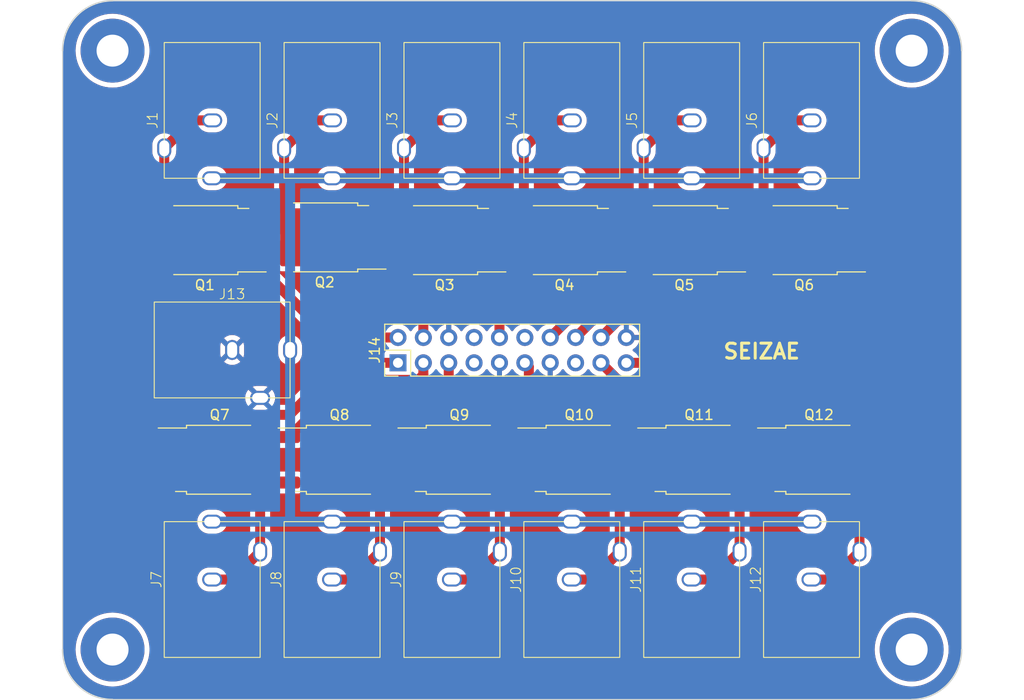
<source format=kicad_pcb>
(kicad_pcb (version 20221018) (generator pcbnew)
  (layers (0 "F.Cu" signal) (31 "B.Cu" signal) (34 "B.Paste" user) (35 "F.Paste" user) (36 "B.SilkS" user "B.Silkscreen") (37 "F.SilkS" user "F.Silkscreen") (38 "B.Mask" user) (39 "F.Mask" user) (44 "Edge.Cuts" user))
  (net 0 "")
  (net 1 "+5V")
  (net 2 "Net-(Q1-D)")
  (net 3 "Net-(Q2-D)")
  (net 4 "Net-(Q3-D)")
  (net 5 "Net-(Q4-D)")
  (net 6 "Net-(Q5-D)")
  (net 7 "Net-(Q6-D)")
  (net 8 "Net-(Q7-D)")
  (net 9 "Net-(Q8-D)")
  (net 10 "Net-(Q9-D)")
  (net 11 "Net-(Q10-D)")
  (net 12 "Net-(Q12-D)")
  (net 13 "Net-(Q11-D)")
  (net 14 "GPIO1")
  (net 15 "GND")
  (net 16 "GPIO5")
  (net 17 "GPIO6")
  (net 18 "GPIO7")
  (net 19 "GPIO8")
  (net 20 "GPIO9")
  (net 21 "GPIO12")
  (net 22 "GPIO11")
  (net 23 "GPIO21")
  (net 24 "GPIO26")
  (net 25 "GPIO20")
  (net 26 "GPIO19")
  (net 27 "GPIO16")
  (net 28 "GPIO13")
  (net 29 "GPIO0")
  (net 30 "GPIO25")
  (footprint "Package_TO_SOT_SMD:TO-252-2" (layer "F.Cu") (at 110.715 110.985)
    (fp_text reference "Q7" (at 0 -4.5) (layer "F.SilkS"))
    (fp_text value "NP52N06SLG")
    (fp_line (start -3.31 -3.45) (end -3.31 -3.18) (stroke (width 0.12)) (layer "F.SilkS"))
    (fp_line (start -3.31 -3.18) (end -6.14 -3.18) (stroke (width 0.12)) (layer "F.SilkS"))
    (fp_line (start -3.31 3.18) (end -4.41 3.18) (stroke (width 0.12)) (layer "F.SilkS"))
    (fp_line (start -3.31 3.45) (end -3.31 3.18) (stroke (width 0.12)) (layer "F.SilkS"))
    (fp_line (start 3.11 -3.45) (end -3.31 -3.45) (stroke (width 0.12)) (layer "F.SilkS"))
    (fp_line (start 3.11 3.45) (end -3.31 3.45) (stroke (width 0.12)) (layer "F.SilkS"))
    (pad "1" smd roundrect (at -5.04 -2.28) (size 2.2 1.2) (layers "F.Cu" "F.Paste" "F.Mask") (roundrect_rratio 0.2083333333) (net 30 "GPIO25"))
    (pad "2" smd roundrect (at -0.415 -1.525) (size 3.05 2.75) (layers "F.Cu" "F.Paste") (roundrect_rratio 0.09090909091) (net 8 "Net-(Q7-D)"))
    (pad "2" smd roundrect (at -0.415 1.525) (size 3.05 2.75) (layers "F.Cu" "F.Paste") (roundrect_rratio 0.09090909091) (net 8 "Net-(Q7-D)"))
    (pad "2" smd roundrect (at 1.26 0) (size 6.4 5.8) (layers "F.Cu" "F.Mask") (roundrect_rratio 0.04310293103) (net 8 "Net-(Q7-D)"))
    (pad "2" smd roundrect (at 2.935 -1.525) (size 3.05 2.75) (layers "F.Cu" "F.Paste") (roundrect_rratio 0.09090909091) (net 8 "Net-(Q7-D)"))
    (pad "2" smd roundrect (at 2.935 1.525) (size 3.05 2.75) (layers "F.Cu" "F.Paste") (roundrect_rratio 0.09090909091) (net 8 "Net-(Q7-D)"))
    (pad "3" smd roundrect (at -5.04 2.28) (size 2.2 1.2) (layers "F.Cu" "F.Paste" "F.Mask") (roundrect_rratio 0.2083333333) (net 15 "GND"))
  )
  (footprint "Package_TO_SOT_SMD:TO-252-2" (layer "F.Cu") (at 157.235 88.985 180)
    (fp_text reference "Q5" (at 0 -4.5) (layer "F.SilkS"))
    (fp_text value "NP52N06SLG")
    (fp_line (start -3.31 -3.45) (end -3.31 -3.18) (stroke (width 0.12)) (layer "F.SilkS"))
    (fp_line (start -3.31 -3.18) (end -6.14 -3.18) (stroke (width 0.12)) (layer "F.SilkS"))
    (fp_line (start -3.31 3.18) (end -4.41 3.18) (stroke (width 0.12)) (layer "F.SilkS"))
    (fp_line (start -3.31 3.45) (end -3.31 3.18) (stroke (width 0.12)) (layer "F.SilkS"))
    (fp_line (start 3.11 -3.45) (end -3.31 -3.45) (stroke (width 0.12)) (layer "F.SilkS"))
    (fp_line (start 3.11 3.45) (end -3.31 3.45) (stroke (width 0.12)) (layer "F.SilkS"))
    (pad "1" smd roundrect (at -5.04 -2.28 180) (size 2.2 1.2) (layers "F.Cu" "F.Paste" "F.Mask") (roundrect_rratio 0.2083333333) (net 26 "GPIO19"))
    (pad "2" smd roundrect (at -0.415 -1.525 180) (size 3.05 2.75) (layers "F.Cu" "F.Paste") (roundrect_rratio 0.09090909091) (net 6 "Net-(Q5-D)"))
    (pad "2" smd roundrect (at -0.415 1.525 180) (size 3.05 2.75) (layers "F.Cu" "F.Paste") (roundrect_rratio 0.09090909091) (net 6 "Net-(Q5-D)"))
    (pad "2" smd roundrect (at 1.26 0 180) (size 6.4 5.8) (layers "F.Cu" "F.Mask") (roundrect_rratio 0.04310293103) (net 6 "Net-(Q5-D)"))
    (pad "2" smd roundrect (at 2.935 -1.525 180) (size 3.05 2.75) (layers "F.Cu" "F.Paste") (roundrect_rratio 0.09090909091) (net 6 "Net-(Q5-D)"))
    (pad "2" smd roundrect (at 2.935 1.525 180) (size 3.05 2.75) (layers "F.Cu" "F.Paste") (roundrect_rratio 0.09090909091) (net 6 "Net-(Q5-D)"))
    (pad "3" smd roundrect (at -5.04 2.28 180) (size 2.2 1.2) (layers "F.Cu" "F.Paste" "F.Mask") (roundrect_rratio 0.2083333333) (net 15 "GND"))
  )
  (footprint "DCJack:DCJack" (layer "F.Cu") (at 109.975 76.985 -90)
    (fp_text reference "J1" (at 0 5.975 90 unlocked) (layer "F.SilkS") (effects (font (thickness 0.1))))
    (fp_text value "Jack-DC")
    (fp_rect (start 5.8 4.8) (end -7.8 -4.8) (stroke (width 0.1)) (fill none) (layer "F.SilkS"))
    (pad "1" thru_hole oval (at 5.8 0 270) (size 1.4 2) (drill oval 1 1.6) (layers "*.Cu" "*.Mask") (net 1 "+5V"))
    (pad "2" thru_hole oval (at 0 0 270) (size 1.4 2) (drill oval 1 1.6) (layers "*.Cu" "*.Mask") (net 2 "Net-(Q1-D)"))
    (pad "2" thru_hole oval (at 2.8 4.8 270) (size 2 1.4) (drill oval 1.6 1) (layers "*.Cu" "*.Mask") (net 2 "Net-(Q1-D)"))
  )
  (footprint "DCJack:DCJack" (layer "F.Cu") (at 169.975 76.985 -90)
    (fp_text reference "J6" (at 0.015 5.975 90 unlocked) (layer "F.SilkS") (effects (font (thickness 0.1))))
    (fp_text value "Jack-DC")
    (fp_rect (start 5.8 4.8) (end -7.8 -4.8) (stroke (width 0.1)) (fill none) (layer "F.SilkS"))
    (pad "1" thru_hole oval (at 5.8 0 270) (size 1.4 2) (drill oval 1 1.6) (layers "*.Cu" "*.Mask") (net 1 "+5V"))
    (pad "2" thru_hole oval (at 0 0 270) (size 1.4 2) (drill oval 1 1.6) (layers "*.Cu" "*.Mask") (net 7 "Net-(Q6-D)"))
    (pad "2" thru_hole oval (at 2.8 4.8 270) (size 2 1.4) (drill oval 1.6 1) (layers "*.Cu" "*.Mask") (net 7 "Net-(Q6-D)"))
  )
  (footprint "DCJack:DCJack" (layer "F.Cu") (at 121.975 76.985 -90)
    (fp_text reference "J2" (at 0.015 5.975 90 unlocked) (layer "F.SilkS") (effects (font (thickness 0.1))))
    (fp_text value "Jack-DC")
    (fp_rect (start 5.8 4.8) (end -7.8 -4.8) (stroke (width 0.1)) (fill none) (layer "F.SilkS"))
    (pad "1" thru_hole oval (at 5.8 0 270) (size 1.4 2) (drill oval 1 1.6) (layers "*.Cu" "*.Mask") (net 1 "+5V"))
    (pad "2" thru_hole oval (at 0 0 270) (size 1.4 2) (drill oval 1 1.6) (layers "*.Cu" "*.Mask") (net 3 "Net-(Q2-D)"))
    (pad "2" thru_hole oval (at 2.8 4.8 270) (size 2 1.4) (drill oval 1.6 1) (layers "*.Cu" "*.Mask") (net 3 "Net-(Q2-D)"))
  )
  (footprint "Package_TO_SOT_SMD:TO-252-2" (layer "F.Cu") (at 146.715 110.985)
    (fp_text reference "Q10" (at 0 -4.5) (layer "F.SilkS"))
    (fp_text value "NP52N06SLG")
    (fp_line (start -3.31 -3.45) (end -3.31 -3.18) (stroke (width 0.12)) (layer "F.SilkS"))
    (fp_line (start -3.31 -3.18) (end -6.14 -3.18) (stroke (width 0.12)) (layer "F.SilkS"))
    (fp_line (start -3.31 3.18) (end -4.41 3.18) (stroke (width 0.12)) (layer "F.SilkS"))
    (fp_line (start -3.31 3.45) (end -3.31 3.18) (stroke (width 0.12)) (layer "F.SilkS"))
    (fp_line (start 3.11 -3.45) (end -3.31 -3.45) (stroke (width 0.12)) (layer "F.SilkS"))
    (fp_line (start 3.11 3.45) (end -3.31 3.45) (stroke (width 0.12)) (layer "F.SilkS"))
    (pad "1" smd roundrect (at -5.04 -2.28) (size 2.2 1.2) (layers "F.Cu" "F.Paste" "F.Mask") (roundrect_rratio 0.2083333333) (net 21 "GPIO12"))
    (pad "2" smd roundrect (at -0.415 -1.525) (size 3.05 2.75) (layers "F.Cu" "F.Paste") (roundrect_rratio 0.09090909091) (net 11 "Net-(Q10-D)"))
    (pad "2" smd roundrect (at -0.415 1.525) (size 3.05 2.75) (layers "F.Cu" "F.Paste") (roundrect_rratio 0.09090909091) (net 11 "Net-(Q10-D)"))
    (pad "2" smd roundrect (at 1.26 0) (size 6.4 5.8) (layers "F.Cu" "F.Mask") (roundrect_rratio 0.04310293103) (net 11 "Net-(Q10-D)"))
    (pad "2" smd roundrect (at 2.935 -1.525) (size 3.05 2.75) (layers "F.Cu" "F.Paste") (roundrect_rratio 0.09090909091) (net 11 "Net-(Q10-D)"))
    (pad "2" smd roundrect (at 2.935 1.525) (size 3.05 2.75) (layers "F.Cu" "F.Paste") (roundrect_rratio 0.09090909091) (net 11 "Net-(Q10-D)"))
    (pad "3" smd roundrect (at -5.04 2.28) (size 2.2 1.2) (layers "F.Cu" "F.Paste" "F.Mask") (roundrect_rratio 0.2083333333) (net 15 "GND"))
  )
  (footprint "Package_TO_SOT_SMD:TO-252-2" (layer "F.Cu") (at 145.235 88.985 180)
    (fp_text reference "Q4" (at 0 -4.5) (layer "F.SilkS"))
    (fp_text value "NP52N06SLG")
    (fp_line (start -3.31 -3.45) (end -3.31 -3.18) (stroke (width 0.12)) (layer "F.SilkS"))
    (fp_line (start -3.31 -3.18) (end -6.14 -3.18) (stroke (width 0.12)) (layer "F.SilkS"))
    (fp_line (start -3.31 3.18) (end -4.41 3.18) (stroke (width 0.12)) (layer "F.SilkS"))
    (fp_line (start -3.31 3.45) (end -3.31 3.18) (stroke (width 0.12)) (layer "F.SilkS"))
    (fp_line (start 3.11 -3.45) (end -3.31 -3.45) (stroke (width 0.12)) (layer "F.SilkS"))
    (fp_line (start 3.11 3.45) (end -3.31 3.45) (stroke (width 0.12)) (layer "F.SilkS"))
    (pad "1" smd roundrect (at -5.04 -2.28 180) (size 2.2 1.2) (layers "F.Cu" "F.Paste" "F.Mask") (roundrect_rratio 0.2083333333) (net 28 "GPIO13"))
    (pad "2" smd roundrect (at -0.415 -1.525 180) (size 3.05 2.75) (layers "F.Cu" "F.Paste") (roundrect_rratio 0.09090909091) (net 5 "Net-(Q4-D)"))
    (pad "2" smd roundrect (at -0.415 1.525 180) (size 3.05 2.75) (layers "F.Cu" "F.Paste") (roundrect_rratio 0.09090909091) (net 5 "Net-(Q4-D)"))
    (pad "2" smd roundrect (at 1.26 0 180) (size 6.4 5.8) (layers "F.Cu" "F.Mask") (roundrect_rratio 0.04310293103) (net 5 "Net-(Q4-D)"))
    (pad "2" smd roundrect (at 2.935 -1.525 180) (size 3.05 2.75) (layers "F.Cu" "F.Paste") (roundrect_rratio 0.09090909091) (net 5 "Net-(Q4-D)"))
    (pad "2" smd roundrect (at 2.935 1.525 180) (size 3.05 2.75) (layers "F.Cu" "F.Paste") (roundrect_rratio 0.09090909091) (net 5 "Net-(Q4-D)"))
    (pad "3" smd roundrect (at -5.04 2.28 180) (size 2.2 1.2) (layers "F.Cu" "F.Paste" "F.Mask") (roundrect_rratio 0.2083333333) (net 15 "GND"))
  )
  (footprint "Package_TO_SOT_SMD:TO-252-2" (layer "F.Cu") (at 170.715 110.985)
    (fp_text reference "Q12" (at 0 -4.5) (layer "F.SilkS"))
    (fp_text value "NP52N06SLG")
    (fp_line (start -3.31 -3.45) (end -3.31 -3.18) (stroke (width 0.12)) (layer "F.SilkS"))
    (fp_line (start -3.31 -3.18) (end -6.14 -3.18) (stroke (width 0.12)) (layer "F.SilkS"))
    (fp_line (start -3.31 3.18) (end -4.41 3.18) (stroke (width 0.12)) (layer "F.SilkS"))
    (fp_line (start -3.31 3.45) (end -3.31 3.18) (stroke (width 0.12)) (layer "F.SilkS"))
    (fp_line (start 3.11 -3.45) (end -3.31 -3.45) (stroke (width 0.12)) (layer "F.SilkS"))
    (fp_line (start 3.11 3.45) (end -3.31 3.45) (stroke (width 0.12)) (layer "F.SilkS"))
    (pad "1" smd roundrect (at -5.04 -2.28) (size 2.2 1.2) (layers "F.Cu" "F.Paste" "F.Mask") (roundrect_rratio 0.2083333333) (net 23 "GPIO21"))
    (pad "2" smd roundrect (at -0.415 -1.525) (size 3.05 2.75) (layers "F.Cu" "F.Paste") (roundrect_rratio 0.09090909091) (net 12 "Net-(Q12-D)"))
    (pad "2" smd roundrect (at -0.415 1.525) (size 3.05 2.75) (layers "F.Cu" "F.Paste") (roundrect_rratio 0.09090909091) (net 12 "Net-(Q12-D)"))
    (pad "2" smd roundrect (at 1.26 0) (size 6.4 5.8) (layers "F.Cu" "F.Mask") (roundrect_rratio 0.04310293103) (net 12 "Net-(Q12-D)"))
    (pad "2" smd roundrect (at 2.935 -1.525) (size 3.05 2.75) (layers "F.Cu" "F.Paste") (roundrect_rratio 0.09090909091) (net 12 "Net-(Q12-D)"))
    (pad "2" smd roundrect (at 2.935 1.525) (size 3.05 2.75) (layers "F.Cu" "F.Paste") (roundrect_rratio 0.09090909091) (net 12 "Net-(Q12-D)"))
    (pad "3" smd roundrect (at -5.04 2.28) (size 2.2 1.2) (layers "F.Cu" "F.Paste" "F.Mask") (roundrect_rratio 0.2083333333) (net 15 "GND"))
  )
  (footprint "Package_TO_SOT_SMD:TO-252-2" (layer "F.Cu") (at 122.715 110.985)
    (fp_text reference "Q8" (at 0 -4.5) (layer "F.SilkS"))
    (fp_text value "NP52N06SLG")
    (fp_line (start -3.31 -3.45) (end -3.31 -3.18) (stroke (width 0.12)) (layer "F.SilkS"))
    (fp_line (start -3.31 -3.18) (end -6.14 -3.18) (stroke (width 0.12)) (layer "F.SilkS"))
    (fp_line (start -3.31 3.18) (end -4.41 3.18) (stroke (width 0.12)) (layer "F.SilkS"))
    (fp_line (start -3.31 3.45) (end -3.31 3.18) (stroke (width 0.12)) (layer "F.SilkS"))
    (fp_line (start 3.11 -3.45) (end -3.31 -3.45) (stroke (width 0.12)) (layer "F.SilkS"))
    (fp_line (start 3.11 3.45) (end -3.31 3.45) (stroke (width 0.12)) (layer "F.SilkS"))
    (pad "1" smd roundrect (at -5.04 -2.28) (size 2.2 1.2) (layers "F.Cu" "F.Paste" "F.Mask") (roundrect_rratio 0.2083333333) (net 19 "GPIO8"))
    (pad "2" smd roundrect (at -0.415 -1.525) (size 3.05 2.75) (layers "F.Cu" "F.Paste") (roundrect_rratio 0.09090909091) (net 9 "Net-(Q8-D)"))
    (pad "2" smd roundrect (at -0.415 1.525) (size 3.05 2.75) (layers "F.Cu" "F.Paste") (roundrect_rratio 0.09090909091) (net 9 "Net-(Q8-D)"))
    (pad "2" smd roundrect (at 1.26 0) (size 6.4 5.8) (layers "F.Cu" "F.Mask") (roundrect_rratio 0.04310293103) (net 9 "Net-(Q8-D)"))
    (pad "2" smd roundrect (at 2.935 -1.525) (size 3.05 2.75) (layers "F.Cu" "F.Paste") (roundrect_rratio 0.09090909091) (net 9 "Net-(Q8-D)"))
    (pad "2" smd roundrect (at 2.935 1.525) (size 3.05 2.75) (layers "F.Cu" "F.Paste") (roundrect_rratio 0.09090909091) (net 9 "Net-(Q8-D)"))
    (pad "3" smd roundrect (at -5.04 2.28) (size 2.2 1.2) (layers "F.Cu" "F.Paste" "F.Mask") (roundrect_rratio 0.2083333333) (net 15 "GND"))
  )
  (footprint "MountingHole:MountingHole_3.2mm_M3_Pad" (layer "F.Cu") (at 180 70)
    (fp_text reference "REF**" hide)
    (fp_text value "MountingHole_3.2mm_M3_Pad")
    (pad "1" thru_hole circle (at 0 0) (size 6.4 6.4) (drill 3.2) (layers "*.Cu" "*.Mask"))
  )
  (footprint "Package_TO_SOT_SMD:TO-252-2" (layer "F.Cu") (at 121.235 88.705 180)
    (fp_text reference "Q2" (at 0 -4.5) (layer "F.SilkS"))
    (fp_text value "NP52N06SLG")
    (fp_line (start -3.31 -3.45) (end -3.31 -3.18) (stroke (width 0.12)) (layer "F.SilkS"))
    (fp_line (start -3.31 -3.18) (end -6.14 -3.18) (stroke (width 0.12)) (layer "F.SilkS"))
    (fp_line (start -3.31 3.18) (end -4.41 3.18) (stroke (width 0.12)) (layer "F.SilkS"))
    (fp_line (start -3.31 3.45) (end -3.31 3.18) (stroke (width 0.12)) (layer "F.SilkS"))
    (fp_line (start 3.11 -3.45) (end -3.31 -3.45) (stroke (width 0.12)) (layer "F.SilkS"))
    (fp_line (start 3.11 3.45) (end -3.31 3.45) (stroke (width 0.12)) (layer "F.SilkS"))
    (pad "1" smd roundrect (at -5.04 -2.28 180) (size 2.2 1.2) (layers "F.Cu" "F.Paste" "F.Mask") (roundrect_rratio 0.2083333333) (net 22 "GPIO11"))
    (pad "2" smd roundrect (at -0.415 -1.525 180) (size 3.05 2.75) (layers "F.Cu" "F.Paste") (roundrect_rratio 0.09090909091) (net 3 "Net-(Q2-D)"))
    (pad "2" smd roundrect (at -0.415 1.525 180) (size 3.05 2.75) (layers "F.Cu" "F.Paste") (roundrect_rratio 0.09090909091) (net 3 "Net-(Q2-D)"))
    (pad "2" smd roundrect (at 1.26 0 180) (size 6.4 5.8) (layers "F.Cu" "F.Mask") (roundrect_rratio 0.04310293103) (net 3 "Net-(Q2-D)"))
    (pad "2" smd roundrect (at 2.935 -1.525 180) (size 3.05 2.75) (layers "F.Cu" "F.Paste") (roundrect_rratio 0.09090909091) (net 3 "Net-(Q2-D)"))
    (pad "2" smd roundrect (at 2.935 1.525 180) (size 3.05 2.75) (layers "F.Cu" "F.Paste") (roundrect_rratio 0.09090909091) (net 3 "Net-(Q2-D)"))
    (pad "3" smd roundrect (at -5.04 2.28 180) (size 2.2 1.2) (layers "F.Cu" "F.Paste" "F.Mask") (roundrect_rratio 0.2083333333) (net 15 "GND"))
  )
  (footprint "DCJack:DCJack" (layer "F.Cu") (at 145.975 122.985 90)
    (fp_text reference "J10" (at 0 -5.588 90 unlocked) (layer "F.SilkS") (effects (font (thickness 0.1))))
    (fp_text value "Jack-DC")
    (fp_rect (start 5.8 4.8) (end -7.8 -4.8) (stroke (width 0.1)) (fill none) (layer "F.SilkS"))
    (pad "1" thru_hole oval (at 5.8 0 90) (size 1.4 2) (drill oval 1 1.6) (layers "*.Cu" "*.Mask") (net 1 "+5V"))
    (pad "2" thru_hole oval (at 0 0 90) (size 1.4 2) (drill oval 1 1.6) (layers "*.Cu" "*.Mask") (net 11 "Net-(Q10-D)"))
    (pad "2" thru_hole oval (at 2.8 4.8 90) (size 2 1.4) (drill oval 1.6 1) (layers "*.Cu" "*.Mask") (net 11 "Net-(Q10-D)"))
  )
  (footprint "DCJack:DCJack" (layer "F.Cu") (at 121.975 122.985 90)
    (fp_text reference "J8" (at 0 -5.588 90 unlocked) (layer "F.SilkS") (effects (font (thickness 0.1))))
    (fp_text value "Jack-DC")
    (fp_rect (start 5.8 4.8) (end -7.8 -4.8) (stroke (width 0.1)) (fill none) (layer "F.SilkS"))
    (pad "1" thru_hole oval (at 5.8 0 90) (size 1.4 2) (drill oval 1 1.6) (layers "*.Cu" "*.Mask") (net 1 "+5V"))
    (pad "2" thru_hole oval (at 0 0 90) (size 1.4 2) (drill oval 1 1.6) (layers "*.Cu" "*.Mask") (net 9 "Net-(Q8-D)"))
    (pad "2" thru_hole oval (at 2.8 4.8 90) (size 2 1.4) (drill oval 1.6 1) (layers "*.Cu" "*.Mask") (net 9 "Net-(Q8-D)"))
  )
  (footprint "DCJack:DCJack" (layer "F.Cu") (at 111.975 99.985)
    (fp_text reference "J13" (at 0 -5.588 unlocked) (layer "F.SilkS") (effects (font (thickness 0.1))))
    (fp_text value "Jack-DC")
    (fp_rect (start 5.8 4.8) (end -7.8 -4.8) (stroke (width 0.1)) (fill none) (layer "F.SilkS"))
    (pad "1" thru_hole oval (at 5.8 0) (size 1.4 2) (drill oval 1 1.6) (layers "*.Cu" "*.Mask") (net 1 "+5V"))
    (pad "2" thru_hole oval (at 0 0) (size 1.4 2) (drill oval 1 1.6) (layers "*.Cu" "*.Mask") (net 15 "GND"))
    (pad "2" thru_hole oval (at 2.8 4.8) (size 2 1.4) (drill oval 1.6 1) (layers "*.Cu" "*.Mask") (net 15 "GND"))
  )
  (footprint "Package_TO_SOT_SMD:TO-252-2" (layer "F.Cu") (at 169.235 88.985 180)
    (fp_text reference "Q6" (at 0 -4.5) (layer "F.SilkS"))
    (fp_text value "NP52N06SLG")
    (fp_line (start -3.31 -3.45) (end -3.31 -3.18) (stroke (width 0.12)) (layer "F.SilkS"))
    (fp_line (start -3.31 -3.18) (end -6.14 -3.18) (stroke (width 0.12)) (layer "F.SilkS"))
    (fp_line (start -3.31 3.18) (end -4.41 3.18) (stroke (width 0.12)) (layer "F.SilkS"))
    (fp_line (start -3.31 3.45) (end -3.31 3.18) (stroke (width 0.12)) (layer "F.SilkS"))
    (fp_line (start 3.11 -3.45) (end -3.31 -3.45) (stroke (width 0.12)) (layer "F.SilkS"))
    (fp_line (start 3.11 3.45) (end -3.31 3.45) (stroke (width 0.12)) (layer "F.SilkS"))
    (pad "1" smd roundrect (at -5.04 -2.28 180) (size 2.2 1.2) (layers "F.Cu" "F.Paste" "F.Mask") (roundrect_rratio 0.2083333333) (net 24 "GPIO26"))
    (pad "2" smd roundrect (at -0.415 -1.525 180) (size 3.05 2.75) (layers "F.Cu" "F.Paste") (roundrect_rratio 0.09090909091) (net 7 "Net-(Q6-D)"))
    (pad "2" smd roundrect (at -0.415 1.525 180) (size 3.05 2.75) (layers "F.Cu" "F.Paste") (roundrect_rratio 0.09090909091) (net 7 "Net-(Q6-D)"))
    (pad "2" smd roundrect (at 1.26 0 180) (size 6.4 5.8) (layers "F.Cu" "F.Mask") (roundrect_rratio 0.04310293103) (net 7 "Net-(Q6-D)"))
    (pad "2" smd roundrect (at 2.935 -1.525 180) (size 3.05 2.75) (layers "F.Cu" "F.Paste") (roundrect_rratio 0.09090909091) (net 7 "Net-(Q6-D)"))
    (pad "2" smd roundrect (at 2.935 1.525 180) (size 3.05 2.75) (layers "F.Cu" "F.Paste") (roundrect_rratio 0.09090909091) (net 7 "Net-(Q6-D)"))
    (pad "3" smd roundrect (at -5.04 2.28 180) (size 2.2 1.2) (layers "F.Cu" "F.Paste" "F.Mask") (roundrect_rratio 0.2083333333) (net 15 "GND"))
  )
  (footprint "Connector_PinHeader_2.54mm:PinHeader_2x10_P2.54mm_Vertical" (layer "F.Cu") (at 128.575 101.275 90)
    (fp_text reference "J14" (at 1.27 -2.33 90) (layer "F.SilkS"))
    (fp_text value "Conn_01x20_Socket")
    (fp_line (start -1.33 -1.33) (end 0 -1.33) (stroke (width 0.12)) (layer "F.SilkS"))
    (fp_line (start -1.33 0) (end -1.33 -1.33) (stroke (width 0.12)) (layer "F.SilkS"))
    (fp_line (start -1.33 1.27) (end -1.33 24.19) (stroke (width 0.12)) (layer "F.SilkS"))
    (fp_line (start -1.33 1.27) (end 1.27 1.27) (stroke (width 0.12)) (layer "F.SilkS"))
    (fp_line (start -1.33 24.19) (end 3.87 24.19) (stroke (width 0.12)) (layer "F.SilkS"))
    (fp_line (start 1.27 -1.33) (end 3.87 -1.33) (stroke (width 0.12)) (layer "F.SilkS"))
    (fp_line (start 1.27 1.27) (end 1.27 -1.33) (stroke (width 0.12)) (layer "F.SilkS"))
    (fp_line (start 3.87 -1.33) (end 3.87 24.19) (stroke (width 0.12)) (layer "F.SilkS"))
    (pad "1" thru_hole rect (at 0 0 90) (size 1.7 1.7) (drill 1) (layers "*.Cu" "*.Mask") (net 30 "GPIO25"))
    (pad "2" thru_hole oval (at 2.54 0 90) (size 1.7 1.7) (drill 1) (layers "*.Cu" "*.Mask") (net 20 "GPIO9"))
    (pad "3" thru_hole oval (at 0 2.54 90) (size 1.7 1.7) (drill 1) (layers "*.Cu" "*.Mask") (net 19 "GPIO8"))
    (pad "4" thru_hole oval (at 2.54 2.54 90) (size 1.7 1.7) (drill 1) (layers "*.Cu" "*.Mask") (net 22 "GPIO11"))
    (pad "5" thru_hole oval (at 0 5.08 90) (size 1.7 1.7) (drill 1) (layers "*.Cu" "*.Mask") (net 18 "GPIO7"))
    (pad "6" thru_hole oval (at 2.54 5.08 90) (size 1.7 1.7) (drill 1) (layers "*.Cu" "*.Mask") (net 15 "GND"))
    (pad "7" thru_hole oval (at 0 7.62 90) (size 1.7 1.7) (drill 1) (layers "*.Cu" "*.Mask") (net 14 "GPIO1"))
    (pad "8" thru_hole oval (at 2.54 7.62 90) (size 1.7 1.7) (drill 1) (layers "*.Cu" "*.Mask") (net 29 "GPIO0"))
    (pad "9" thru_hole oval (at 0 10.16 90) (size 1.7 1.7) (drill 1) (layers "*.Cu" "*.Mask") (net 15 "GND"))
    (pad "10" thru_hole oval (at 2.54 10.16 90) (size 1.7 1.7) (drill 1) (layers "*.Cu" "*.Mask") (net 16 "GPIO5"))
    (pad "11" thru_hole oval (at 0 12.7 90) (size 1.7 1.7) (drill 1) (layers "*.Cu" "*.Mask") (net 21 "GPIO12"))
    (pad "12" thru_hole oval (at 2.54 12.7 90) (size 1.7 1.7) (drill 1) (layers "*.Cu" "*.Mask") (net 17 "GPIO6"))
    (pad "13" thru_hole oval (at 0 15.24 90) (size 1.7 1.7) (drill 1) (layers "*.Cu" "*.Mask") (net 15 "GND"))
    (pad "14" thru_hole oval (at 2.54 15.24 90) (size 1.7 1.7) (drill 1) (layers "*.Cu" "*.Mask") (net 28 "GPIO13"))
    (pad "15" thru_hole oval (at 0 17.78 90) (size 1.7 1.7) (drill 1) (layers "*.Cu" "*.Mask") (net 27 "GPIO16"))
    (pad "16" thru_hole oval (at 2.54 17.78 90) (size 1.7 1.7) (drill 1) (layers "*.Cu" "*.Mask") (net 26 "GPIO19"))
    (pad "17" thru_hole oval (at 0 20.32 90) (size 1.7 1.7) (drill 1) (layers "*.Cu" "*.Mask") (net 25 "GPIO20"))
    (pad "18" thru_hole oval (at 2.54 20.32 90) (size 1.7 1.7) (drill 1) (layers "*.Cu" "*.Mask") (net 24 "GPIO26"))
    (pad "19" thru_hole oval (at 0 22.86 90) (size 1.7 1.7) (drill 1) (layers "*.Cu" "*.Mask") (net 23 "GPIO21"))
    (pad "20" thru_hole oval (at 2.54 22.86 90) (size 1.7 1.7) (drill 1) (layers "*.Cu" "*.Mask") (net 15 "GND"))
  )
  (footprint "DCJack:DCJack" (layer "F.Cu") (at 133.975 122.985 90)
    (fp_text reference "J9" (at 0 -5.588 90 unlocked) (layer "F.SilkS") (effects (font (thickness 0.1))))
    (fp_text value "Jack-DC")
    (fp_rect (start 5.8 4.8) (end -7.8 -4.8) (stroke (width 0.1)) (fill none) (layer "F.SilkS"))
    (pad "1" thru_hole oval (at 5.8 0 90) (size 1.4 2) (drill oval 1 1.6) (layers "*.Cu" "*.Mask") (net 1 "+5V"))
    (pad "2" thru_hole oval (at 0 0 90) (size 1.4 2) (drill oval 1 1.6) (layers "*.Cu" "*.Mask") (net 10 "Net-(Q9-D)"))
    (pad "2" thru_hole oval (at 2.8 4.8 90) (size 2 1.4) (drill oval 1.6 1) (layers "*.Cu" "*.Mask") (net 10 "Net-(Q9-D)"))
  )
  (footprint "MountingHole:MountingHole_3.2mm_M3_Pad" (layer "F.Cu") (at 180 130)
    (fp_text reference "REF**" hide)
    (fp_text value "MountingHole_3.2mm_M3_Pad")
    (pad "1" thru_hole circle (at 0 0) (size 6.4 6.4) (drill 3.2) (layers "*.Cu" "*.Mask"))
  )
  (footprint "Package_TO_SOT_SMD:TO-252-2" (layer "F.Cu") (at 133.235 88.985 180)
    (fp_text reference "Q3" (at 0 -4.5) (layer "F.SilkS"))
    (fp_text value "NP52N06SLG")
    (fp_line (start -3.31 -3.45) (end -3.31 -3.18) (stroke (width 0.12)) (layer "F.SilkS"))
    (fp_line (start -3.31 -3.18) (end -6.14 -3.18) (stroke (width 0.12)) (layer "F.SilkS"))
    (fp_line (start -3.31 3.18) (end -4.41 3.18) (stroke (width 0.12)) (layer "F.SilkS"))
    (fp_line (start -3.31 3.45) (end -3.31 3.18) (stroke (width 0.12)) (layer "F.SilkS"))
    (fp_line (start 3.11 -3.45) (end -3.31 -3.45) (stroke (width 0.12)) (layer "F.SilkS"))
    (fp_line (start 3.11 3.45) (end -3.31 3.45) (stroke (width 0.12)) (layer "F.SilkS"))
    (pad "1" smd roundrect (at -5.04 -2.28 180) (size 2.2 1.2) (layers "F.Cu" "F.Paste" "F.Mask") (roundrect_rratio 0.2083333333) (net 16 "GPIO5"))
    (pad "2" smd roundrect (at -0.415 -1.525 180) (size 3.05 2.75) (layers "F.Cu" "F.Paste") (roundrect_rratio 0.09090909091) (net 4 "Net-(Q3-D)"))
    (pad "2" smd roundrect (at -0.415 1.525 180) (size 3.05 2.75) (layers "F.Cu" "F.Paste") (roundrect_rratio 0.09090909091) (net 4 "Net-(Q3-D)"))
    (pad "2" smd roundrect (at 1.26 0 180) (size 6.4 5.8) (layers "F.Cu" "F.Mask") (roundrect_rratio 0.04310293103) (net 4 "Net-(Q3-D)"))
    (pad "2" smd roundrect (at 2.935 -1.525 180) (size 3.05 2.75) (layers "F.Cu" "F.Paste") (roundrect_rratio 0.09090909091) (net 4 "Net-(Q3-D)"))
    (pad "2" smd roundrect (at 2.935 1.525 180) (size 3.05 2.75) (layers "F.Cu" "F.Paste") (roundrect_rratio 0.09090909091) (net 4 "Net-(Q3-D)"))
    (pad "3" smd roundrect (at -5.04 2.28 180) (size 2.2 1.2) (layers "F.Cu" "F.Paste" "F.Mask") (roundrect_rratio 0.2083333333) (net 15 "GND"))
  )
  (footprint "Package_TO_SOT_SMD:TO-252-2" (layer "F.Cu") (at 109.235 88.985 180)
    (fp_text reference "Q1" (at 0 -4.5) (layer "F.SilkS"))
    (fp_text value "NP52N06SLG")
    (fp_line (start -3.31 -3.45) (end -3.31 -3.18) (stroke (width 0.12)) (layer "F.SilkS"))
    (fp_line (start -3.31 -3.18) (end -6.14 -3.18) (stroke (width 0.12)) (layer "F.SilkS"))
    (fp_line (start -3.31 3.18) (end -4.41 3.18) (stroke (width 0.12)) (layer "F.SilkS"))
    (fp_line (start -3.31 3.45) (end -3.31 3.18) (stroke (width 0.12)) (layer "F.SilkS"))
    (fp_line (start 3.11 -3.45) (end -3.31 -3.45) (stroke (width 0.12)) (layer "F.SilkS"))
    (fp_line (start 3.11 3.45) (end -3.31 3.45) (stroke (width 0.12)) (layer "F.SilkS"))
    (pad "1" smd roundrect (at -5.04 -2.28 180) (size 2.2 1.2) (layers "F.Cu" "F.Paste" "F.Mask") (roundrect_rratio 0.2083333333) (net 20 "GPIO9"))
    (pad "2" smd roundrect (at -0.415 -1.525 180) (size 3.05 2.75) (layers "F.Cu" "F.Paste") (roundrect_rratio 0.09090909091) (net 2 "Net-(Q1-D)"))
    (pad "2" smd roundrect (at -0.415 1.525 180) (size 3.05 2.75) (layers "F.Cu" "F.Paste") (roundrect_rratio 0.09090909091) (net 2 "Net-(Q1-D)"))
    (pad "2" smd roundrect (at 1.26 0 180) (size 6.4 5.8) (layers "F.Cu" "F.Mask") (roundrect_rratio 0.04310293103) (net 2 "Net-(Q1-D)"))
    (pad "2" smd roundrect (at 2.935 -1.525 180) (size 3.05 2.75) (layers "F.Cu" "F.Paste") (roundrect_rratio 0.09090909091) (net 2 "Net-(Q1-D)"))
    (pad "2" smd roundrect (at 2.935 1.525 180) (size 3.05 2.75) (layers "F.Cu" "F.Paste") (roundrect_rratio 0.09090909091) (net 2 "Net-(Q1-D)"))
    (pad "3" smd roundrect (at -5.04 2.28 180) (size 2.2 1.2) (layers "F.Cu" "F.Paste" "F.Mask") (roundrect_rratio 0.2083333333) (net 15 "GND"))
  )
  (footprint "DCJack:DCJack" (layer "F.Cu") (at 157.975 76.985 -90)
    (fp_text reference "J5" (at 0.015 5.975 90 unlocked) (layer "F.SilkS") (effects (font (thickness 0.1))))
    (fp_text value "Jack-DC")
    (fp_rect (start 5.8 4.8) (end -7.8 -4.8) (stroke (width 0.1)) (fill none) (layer "F.SilkS"))
    (pad "1" thru_hole oval (at 5.8 0 270) (size 1.4 2) (drill oval 1 1.6) (layers "*.Cu" "*.Mask") (net 1 "+5V"))
    (pad "2" thru_hole oval (at 0 0 270) (size 1.4 2) (drill oval 1 1.6) (layers "*.Cu" "*.Mask") (net 6 "Net-(Q5-D)"))
    (pad "2" thru_hole oval (at 2.8 4.8 270) (size 2 1.4) (drill oval 1.6 1) (layers "*.Cu" "*.Mask") (net 6 "Net-(Q5-D)"))
  )
  (footprint "DCJack:DCJack" (layer "F.Cu") (at 157.975 122.985 90)
    (fp_text reference "J11" (at 0 -5.588 90 unlocked) (layer "F.SilkS") (effects (font (thickness 0.1))))
    (fp_text value "Jack-DC")
    (fp_rect (start 5.8 4.8) (end -7.8 -4.8) (stroke (width 0.1)) (fill none) (layer "F.SilkS"))
    (pad "1" thru_hole oval (at 5.8 0 90) (size 1.4 2) (drill oval 1 1.6) (layers "*.Cu" "*.Mask") (net 1 "+5V"))
    (pad "2" thru_hole oval (at 0 0 90) (size 1.4 2) (drill oval 1 1.6) (layers "*.Cu" "*.Mask") (net 13 "Net-(Q11-D)"))
    (pad "2" thru_hole oval (at 2.8 4.8 90) (size 2 1.4) (drill oval 1.6 1) (layers "*.Cu" "*.Mask") (net 13 "Net-(Q11-D)"))
  )
  (footprint "MountingHole:MountingHole_3.2mm_M3_Pad" (layer "F.Cu") (at 100 70)
    (fp_text reference "REF**" hide)
    (fp_text value "MountingHole_3.2mm_M3_Pad")
    (pad "1" thru_hole circle (at 0 0) (size 6.4 6.4) (drill 3.2) (layers "*.Cu" "*.Mask"))
  )
  (footprint "Package_TO_SOT_SMD:TO-252-2" (layer "F.Cu") (at 158.715 110.985)
    (fp_text reference "Q11" (at 0 -4.5) (layer "F.SilkS"))
    (fp_text value "NP52N06SLG")
    (fp_line (start -3.31 -3.45) (end -3.31 -3.18) (stroke (width 0.12)) (layer "F.SilkS"))
    (fp_line (start -3.31 -3.18) (end -6.14 -3.18) (stroke (width 0.12)) (layer "F.SilkS"))
    (fp_line (start -3.31 3.18) (end -4.41 3.18) (stroke (width 0.12)) (layer "F.SilkS"))
    (fp_line (start -3.31 3.45) (end -3.31 3.18) (stroke (width 0.12)) (layer "F.SilkS"))
    (fp_line (start 3.11 -3.45) (end -3.31 -3.45) (stroke (width 0.12)) (layer "F.SilkS"))
    (fp_line (start 3.11 3.45) (end -3.31 3.45) (stroke (width 0.12)) (layer "F.SilkS"))
    (pad "1" smd roundrect (at -5.04 -2.28) (size 2.2 1.2) (layers "F.Cu" "F.Paste" "F.Mask") (roundrect_rratio 0.2083333333) (net 25 "GPIO20"))
    (pad "2" smd roundrect (at -0.415 -1.525) (size 3.05 2.75) (layers "F.Cu" "F.Paste") (roundrect_rratio 0.09090909091) (net 13 "Net-(Q11-D)"))
    (pad "2" smd roundrect (at -0.415 1.525) (size 3.05 2.75) (layers "F.Cu" "F.Paste") (roundrect_rratio 0.09090909091) (net 13 "Net-(Q11-D)"))
    (pad "2" smd roundrect (at 1.26 0) (size 6.4 5.8) (layers "F.Cu" "F.Mask") (roundrect_rratio 0.04310293103) (net 13 "Net-(Q11-D)"))
    (pad "2" smd roundrect (at 2.935 -1.525) (size 3.05 2.75) (layers "F.Cu" "F.Paste") (roundrect_rratio 0.09090909091) (net 13 "Net-(Q11-D)"))
    (pad "2" smd roundrect (at 2.935 1.525) (size 3.05 2.75) (layers "F.Cu" "F.Paste") (roundrect_rratio 0.09090909091) (net 13 "Net-(Q11-D)"))
    (pad "3" smd roundrect (at -5.04 2.28) (size 2.2 1.2) (layers "F.Cu" "F.Paste" "F.Mask") (roundrect_rratio 0.2083333333) (net 15 "GND"))
  )
  (footprint "MountingHole:MountingHole_3.2mm_M3_Pad" (layer "F.Cu") (at 100 130)
    (fp_text reference "REF**" hide)
    (fp_text value "MountingHole_3.2mm_M3_Pad")
    (pad "1" thru_hole circle (at 0 0) (size 6.4 6.4) (drill 3.2) (layers "*.Cu" "*.Mask"))
  )
  (footprint "Package_TO_SOT_SMD:TO-252-2" (layer "F.Cu") (at 134.715 110.985)
    (fp_text reference "Q9" (at 0 -4.5) (layer "F.SilkS"))
    (fp_text value "NP52N06SLG")
    (fp_line (start -3.31 -3.45) (end -3.31 -3.18) (stroke (width 0.12)) (layer "F.SilkS"))
    (fp_line (start -3.31 -3.18) (end -6.14 -3.18) (stroke (width 0.12)) (layer "F.SilkS"))
    (fp_line (start -3.31 3.18) (end -4.41 3.18) (stroke (width 0.12)) (layer "F.SilkS"))
    (fp_line (start -3.31 3.45) (end -3.31 3.18) (stroke (width 0.12)) (layer "F.SilkS"))
    (fp_line (start 3.11 -3.45) (end -3.31 -3.45) (stroke (width 0.12)) (layer "F.SilkS"))
    (fp_line (start 3.11 3.45) (end -3.31 3.45) (stroke (width 0.12)) (layer "F.SilkS"))
    (pad "1" smd roundrect (at -5.04 -2.28) (size 2.2 1.2) (layers "F.Cu" "F.Paste" "F.Mask") (roundrect_rratio 0.2083333333) (net 18 "GPIO7"))
    (pad "2" smd roundrect (at -0.415 -1.525) (size 3.05 2.75) (layers "F.Cu" "F.Paste") (roundrect_rratio 0.09090909091) (net 10 "Net-(Q9-D)"))
    (pad "2" smd roundrect (at -0.415 1.525) (size 3.05 2.75) (layers "F.Cu" "F.Paste") (roundrect_rratio 0.09090909091) (net 10 "Net-(Q9-D)"))
    (pad "2" smd roundrect (at 1.26 0) (size 6.4 5.8) (layers "F.Cu" "F.Mask") (roundrect_rratio 0.04310293103) (net 10 "Net-(Q9-D)"))
    (pad "2" smd roundrect (at 2.935 -1.525) (size 3.05 2.75) (layers "F.Cu" "F.Paste") (roundrect_rratio 0.09090909091) (net 10 "Net-(Q9-D)"))
    (pad "2" smd roundrect (at 2.935 1.525) (size 3.05 2.75) (layers "F.Cu" "F.Paste") (roundrect_rratio 0.09090909091) (net 10 "Net-(Q9-D)"))
    (pad "3" smd roundrect (at -5.04 2.28) (size 2.2 1.2) (layers "F.Cu" "F.Paste" "F.Mask") (roundrect_rratio 0.2083333333) (net 15 "GND"))
  )
  (footprint "DCJack:DCJack" (layer "F.Cu") (at 145.975 76.985 -90)
    (fp_text reference "J4" (at 0 5.975 90 unlocked) (layer "F.SilkS") (effects (font (thickness 0.1))))
    (fp_text value "Jack-DC")
    (fp_rect (start 5.8 4.8) (end -7.8 -4.8) (stroke (width 0.1)) (fill none) (layer "F.SilkS"))
    (pad "1" thru_hole oval (at 5.8 0 270) (size 1.4 2) (drill oval 1 1.6) (layers "*.Cu" "*.Mask") (net 1 "+5V"))
    (pad "2" thru_hole oval (at 0 0 270) (size 1.4 2) (drill oval 1 1.6) (layers "*.Cu" "*.Mask") (net 5 "Net-(Q4-D)"))
    (pad "2" thru_hole oval (at 2.8 4.8 270) (size 2 1.4) (drill oval 1.6 1) (layers "*.Cu" "*.Mask") (net 5 "Net-(Q4-D)"))
  )
  (footprint "DCJack:DCJack" (layer "F.Cu") (at 133.975 76.985 -90)
    (fp_text reference "J3" (at 0 5.975 90 unlocked) (layer "F.SilkS") (effects (font (thickness 0.1))))
    (fp_text value "Jack-DC")
    (fp_rect (start 5.8 4.8) (end -7.8 -4.8) (stroke (width 0.1)) (fill none) (layer "F.SilkS"))
    (pad "1" thru_hole oval (at 5.8 0 270) (size 1.4 2) (drill oval 1 1.6) (layers "*.Cu" "*.Mask") (net 1 "+5V"))
    (pad "2" thru_hole oval (at 0 0 270) (size 1.4 2) (drill oval 1 1.6) (layers "*.Cu" "*.Mask") (net 4 "Net-(Q3-D)"))
    (pad "2" thru_hole oval (at 2.8 4.8 270) (size 2 1.4) (drill oval 1.6 1) (layers "*.Cu" "*.Mask") (net 4 "Net-(Q3-D)"))
  )
  (footprint "DCJack:DCJack" (layer "F.Cu") (at 169.975 122.985 90)
    (fp_text reference "J12" (at 0 -5.588 90 unlocked) (layer "F.SilkS") (effects (font (thickness 0.1))))
    (fp_text value "Jack-DC")
    (fp_rect (start 5.8 4.8) (end -7.8 -4.8) (stroke (width 0.1)) (fill none) (layer "F.SilkS"))
    (pad "1" thru_hole oval (at 5.8 0 90) (size 1.4 2) (drill oval 1 1.6) (layers "*.Cu" "*.Mask") (net 1 "+5V"))
    (pad "2" thru_hole oval (at 0 0 90) (size 1.4 2) (drill oval 1 1.6) (layers "*.Cu" "*.Mask") (net 12 "Net-(Q12-D)"))
    (pad "2" thru_hole oval (at 2.8 4.8 90) (size 2 1.4) (drill oval 1.6 1) (layers "*.Cu" "*.Mask") (net 12 "Net-(Q12-D)"))
  )
  (footprint "DCJack:DCJack" (layer "F.Cu") (at 109.975 122.985 90)
    (fp_text reference "J7" (at 0 -5.588 90 unlocked) (layer "F.SilkS") (effects (font (thickness 0.1))))
    (fp_text value "Jack-DC")
    (fp_rect (start 5.8 4.8) (end -7.8 -4.8) (stroke (width 0.1)) (fill none) (layer "F.SilkS"))
    (pad "1" thru_hole oval (at 5.8 0 90) (size 1.4 2) (drill oval 1 1.6) (layers "*.Cu" "*.Mask") (net 1 "+5V"))
    (pad "2" thru_hole oval (at 0 0 90) (size 1.4 2) (drill oval 1 1.6) (layers "*.Cu" "*.Mask") (net 8 "Net-(Q7-D)"))
    (pad "2" thru_hole oval (at 2.8 4.8 90) (size 2 1.4) (drill oval 1.6 1) (layers "*.Cu" "*.Mask") (net 8 "Net-(Q7-D)"))
  )
  (gr_line (start 185 130) (end 185 70) (stroke (width 0.1)) (layer "Edge.Cuts"))
  (gr_arc (start 100 135) (mid 96.464467 133.535534) (end 95 130) (stroke (width 0.15)) (layer "Edge.Cuts"))
  (gr_line (start 180 65) (end 100 65) (stroke (width 0.1)) (layer "Edge.Cuts"))
  (gr_arc (start 180 65) (mid 183.535533 66.464466) (end 185 70) (stroke (width 0.15)) (layer "Edge.Cuts"))
  (gr_arc (start 95 70) (mid 96.464466 66.464467) (end 100 65) (stroke (width 0.15)) (layer "Edge.Cuts"))
  (gr_arc (start 185 130) (mid 183.535534 133.535533) (end 180 135) (stroke (width 0.15)) (layer "Edge.Cuts"))
  (gr_line (start 100 135) (end 180 135) (stroke (width 0.1)) (layer "Edge.Cuts"))
  (gr_line (start 95 70) (end 95 130) (stroke (width 0.1)) (layer "Edge.Cuts"))
  (gr_text "SEIZAE\n" (at 161 101) (layer "F.SilkS") (effects (font (size 1.5 1.5) (thickness 0.3) bold) (justify left bottom)))
  (segment (start 133.975 82.785) (end 145.975 82.785) (width 1) (layer "B.Cu") (net 1))
  (segment (start 117.775 82.985) (end 117.975 82.785) (width 1) (layer "B.Cu") (net 1))
  (segment (start 117.975 117.185) (end 121.975 117.185) (width 1) (layer "B.Cu") (net 1))
  (segment (start 117.775 99.985) (end 117.775 116.985) (width 1) (layer "B.Cu") (net 1))
  (segment (start 117.775 116.985) (end 117.975 117.185) (width 1) (layer "B.Cu") (net 1))
  (segment (start 145.975 117.185) (end 157.975 117.185) (width 1) (layer "B.Cu") (net 1))
  (segment (start 117.775 99.985) (end 117.775 82.985) (width 1) (layer "B.Cu") (net 1))
  (segment (start 109.975 117.185) (end 117.975 117.185) (width 1) (layer "B.Cu") (net 1))
  (segment (start 109.975 82.785) (end 117.975 82.785) (width 1) (layer "B.Cu") (net 1))
  (segment (start 133.975 117.185) (end 145.975 117.185) (width 1) (layer "B.Cu") (net 1))
  (segment (start 145.975 82.785) (end 157.975 82.785) (width 1) (layer "B.Cu") (net 1))
  (segment (start 117.975 82.785) (end 121.975 82.785) (width 1) (layer "B.Cu") (net 1))
  (segment (start 157.975 117.185) (end 169.975 117.185) (width 1) (layer "B.Cu") (net 1))
  (segment (start 157.975 82.785) (end 169.975 82.785) (width 1) (layer "B.Cu") (net 1))
  (segment (start 121.975 117.185) (end 133.975 117.185) (width 1) (layer "B.Cu") (net 1))
  (segment (start 121.975 82.785) (end 133.975 82.785) (width 1) (layer "B.Cu") (net 1))
  (segment (start 109.975 76.985) (end 107.975 76.985) (width 1) (layer "F.Cu") (net 2))
  (segment (start 105.175 79.785) (end 105.175 86.185) (width 1) (layer "F.Cu") (net 2))
  (segment (start 105.175 86.185) (end 107.975 88.985) (width 1) (layer "F.Cu") (net 2))
  (segment (start 107.975 76.985) (end 105.175 79.785) (width 1) (layer "F.Cu") (net 2))
  (segment (start 117.175 79.785) (end 117.175 85.905) (width 1) (layer "F.Cu") (net 3))
  (segment (start 119.975 76.985) (end 117.175 79.785) (width 1) (layer "F.Cu") (net 3))
  (segment (start 121.975 76.985) (end 119.975 76.985) (width 1) (layer "F.Cu") (net 3))
  (segment (start 117.175 85.905) (end 119.975 88.705) (width 1) (layer "F.Cu") (net 3))
  (segment (start 131.975 76.985) (end 129.175 79.785) (width 1) (layer "F.Cu") (net 4))
  (segment (start 129.175 79.785) (end 129.175 86.185) (width 1) (layer "F.Cu") (net 4))
  (segment (start 133.975 76.985) (end 131.975 76.985) (width 1) (layer "F.Cu") (net 4))
  (segment (start 129.175 86.185) (end 131.975 88.985) (width 1) (layer "F.Cu") (net 4))
  (segment (start 143.975 76.985) (end 141.175 79.785) (width 1) (layer "F.Cu") (net 5))
  (segment (start 141.175 86.185) (end 143.975 88.985) (width 1) (layer "F.Cu") (net 5))
  (segment (start 145.975 76.985) (end 143.975 76.985) (width 1) (layer "F.Cu") (net 5))
  (segment (start 141.175 79.785) (end 141.175 86.185) (width 1) (layer "F.Cu") (net 5))
  (segment (start 153.175 86.185) (end 155.975 88.985) (width 1) (layer "F.Cu") (net 6))
  (segment (start 153.175 79.785) (end 153.175 86.185) (width 1) (layer "F.Cu") (net 6))
  (segment (start 157.975 76.985) (end 155.975 76.985) (width 1) (layer "F.Cu") (net 6))
  (segment (start 155.975 76.985) (end 153.175 79.785) (width 1) (layer "F.Cu") (net 6))
  (segment (start 169.975 76.985) (end 167.975 76.985) (width 1) (layer "F.Cu") (net 7))
  (segment (start 165.175 86.185) (end 167.975 88.985) (width 1) (layer "F.Cu") (net 7))
  (segment (start 165.175 79.785) (end 165.175 86.185) (width 1) (layer "F.Cu") (net 7))
  (segment (start 167.975 76.985) (end 165.175 79.785) (width 1) (layer "F.Cu") (net 7))
  (segment (start 114.775 113.785) (end 111.975 110.985) (width 1) (layer "F.Cu") (net 8))
  (segment (start 114.775 120.185) (end 114.775 113.785) (width 1) (layer "F.Cu") (net 8))
  (segment (start 111.975 122.985) (end 114.775 120.185) (width 1) (layer "F.Cu") (net 8))
  (segment (start 109.975 122.985) (end 111.975 122.985) (width 1) (layer "F.Cu") (net 8))
  (segment (start 126.775 113.785) (end 123.975 110.985) (width 1) (layer "F.Cu") (net 9))
  (segment (start 126.775 120.185) (end 126.775 113.785) (width 1) (layer "F.Cu") (net 9))
  (segment (start 123.975 122.985) (end 126.775 120.185) (width 1) (layer "F.Cu") (net 9))
  (segment (start 121.975 122.985) (end 123.975 122.985) (width 1) (layer "F.Cu") (net 9))
  (segment (start 133.975 122.985) (end 135.975 122.985) (width 1) (layer "F.Cu") (net 10))
  (segment (start 135.975 122.985) (end 138.775 120.185) (width 1) (layer "F.Cu") (net 10))
  (segment (start 138.775 120.185) (end 138.775 113.785) (width 1) (layer "F.Cu") (net 10))
  (segment (start 138.775 113.785) (end 135.975 110.985) (width 1) (layer "F.Cu") (net 10))
  (segment (start 147.975 122.985) (end 150.775 120.185) (width 1) (layer "F.Cu") (net 11))
  (segment (start 150.775 113.785) (end 147.975 110.985) (width 1) (layer "F.Cu") (net 11))
  (segment (start 150.775 120.185) (end 150.775 113.785) (width 1) (layer "F.Cu") (net 11))
  (segment (start 145.975 122.985) (end 147.975 122.985) (width 1) (layer "F.Cu") (net 11))
  (segment (start 174.775 120.185) (end 174.775 113.785) (width 1) (layer "F.Cu") (net 12))
  (segment (start 171.975 122.985) (end 174.775 120.185) (width 1) (layer "F.Cu") (net 12))
  (segment (start 169.975 122.985) (end 171.975 122.985) (width 1) (layer "F.Cu") (net 12))
  (segment (start 174.775 113.785) (end 171.975 110.985) (width 1) (layer "F.Cu") (net 12))
  (segment (start 157.975 122.985) (end 159.975 122.985) (width 1) (layer "F.Cu") (net 13))
  (segment (start 159.975 122.985) (end 162.775 120.185) (width 1) (layer "F.Cu") (net 13))
  (segment (start 162.775 120.185) (end 162.775 113.785) (width 1) (layer "F.Cu") (net 13))
  (segment (start 162.775 113.785) (end 159.975 110.985) (width 1) (layer "F.Cu") (net 13))
  (segment (start 138.735 91.725) (end 138.735 98.735) (width 1) (layer "F.Cu") (net 16))
  (segment (start 138.275 91.265) (end 138.735 91.725) (width 1) (layer "F.Cu") (net 16))
  (segment (start 133.655 103.055) (end 133.655 101.275) (width 1) (layer "F.Cu") (net 18))
  (segment (start 129.675 107.035) (end 133.655 103.055) (width 1) (layer "F.Cu") (net 18))
  (segment (start 129.675 108.705) (end 129.675 107.035) (width 1) (layer "F.Cu") (net 18))
  (segment (start 123.395 102.985) (end 130.607081 102.985) (width 1) (layer "F.Cu") (net 19))
  (segment (start 117.675 108.705) (end 123.395 102.985) (width 1) (layer "F.Cu") (net 19))
  (segment (start 131.115 102.477081) (end 131.115 101.275) (width 1) (layer "F.Cu") (net 19))
  (segment (start 130.607081 102.985) (end 131.115 102.477081) (width 1) (layer "F.Cu") (net 19))
  (segment (start 121.745 98.735) (end 114.275 91.265) (width 1) (layer "F.Cu") (net 20))
  (segment (start 128.575 98.735) (end 121.745 98.735) (width 1) (layer "F.Cu") (net 20))
  (segment (start 141.275 101.275) (end 141.675 101.675) (width 1) (layer "F.Cu") (net 21))
  (segment (start 141.675 101.675) (end 141.675 108.705) (width 1) (layer "F.Cu") (net 21))
  (segment (start 126.275 92.285) (end 131.115 97.125) (width 1) (layer "F.Cu") (net 22))
  (segment (start 131.115 97.125) (end 131.115 98.735) (width 1) (layer "F.Cu") (net 22))
  (segment (start 126.275 90.985) (end 126.275 92.285) (width 1) (layer "F.Cu") (net 22))
  (segment (start 158.245 101.275) (end 151.435 101.275) (width 1) (layer "F.Cu") (net 23))
  (segment (start 165.675 108.705) (end 158.245 101.275) (width 1) (layer "F.Cu") (net 23))
  (segment (start 168.555 96.985) (end 150.645 96.985) (width 1) (layer "F.Cu") (net 24))
  (segment (start 174.275 91.265) (end 168.555 96.985) (width 1) (layer "F.Cu") (net 24))
  (segment (start 150.645 96.985) (end 148.895 98.735) (width 1) (layer "F.Cu") (net 24))
  (segment (start 153.675 106.055) (end 153.675 108.705) (width 1) (layer "F.Cu") (net 25))
  (segment (start 148.895 101.275) (end 153.675 106.055) (width 1) (layer "F.Cu") (net 25))
  (segment (start 158.555 94.985) (end 162.275 91.265) (width 1) (layer "F.Cu") (net 26))
  (segment (start 146.355 98.735) (end 150.105 94.985) (width 1) (layer "F.Cu") (net 26))
  (segment (start 150.105 94.985) (end 158.555 94.985) (width 1) (layer "F.Cu") (net 26))
  (segment (start 150.275 91.265) (end 150.275 92.275) (width 1) (layer "F.Cu") (net 28))
  (segment (start 150.275 92.275) (end 143.815 98.735) (width 1) (layer "F.Cu") (net 28))
  (segment (start 105.675 108.705) (end 107.895 106.485) (width 1) (layer "F.Cu") (net 30))
  (segment (start 122.935 101.275) (end 128.575 101.275) (width 1) (layer "F.Cu") (net 30))
  (segment (start 117.725 106.485) (end 122.935 101.275) (width 1) (layer "F.Cu") (net 30))
  (segment (start 107.895 106.485) (end 117.725 106.485) (width 1) (layer "F.Cu") (net 30))
  (zone (net 15) (net_name "GND") (layers "F&B.Cu") (connect_pads (clearance 0.5)) (min_thickness 0.25) (fill yes (thermal_gap 0.5) (thermal_bridge_width 0.5))
    (polygon (pts (xy 95 65) (xy 185 65) (xy 185 135) (xy 95 135)))
  )
)
</source>
